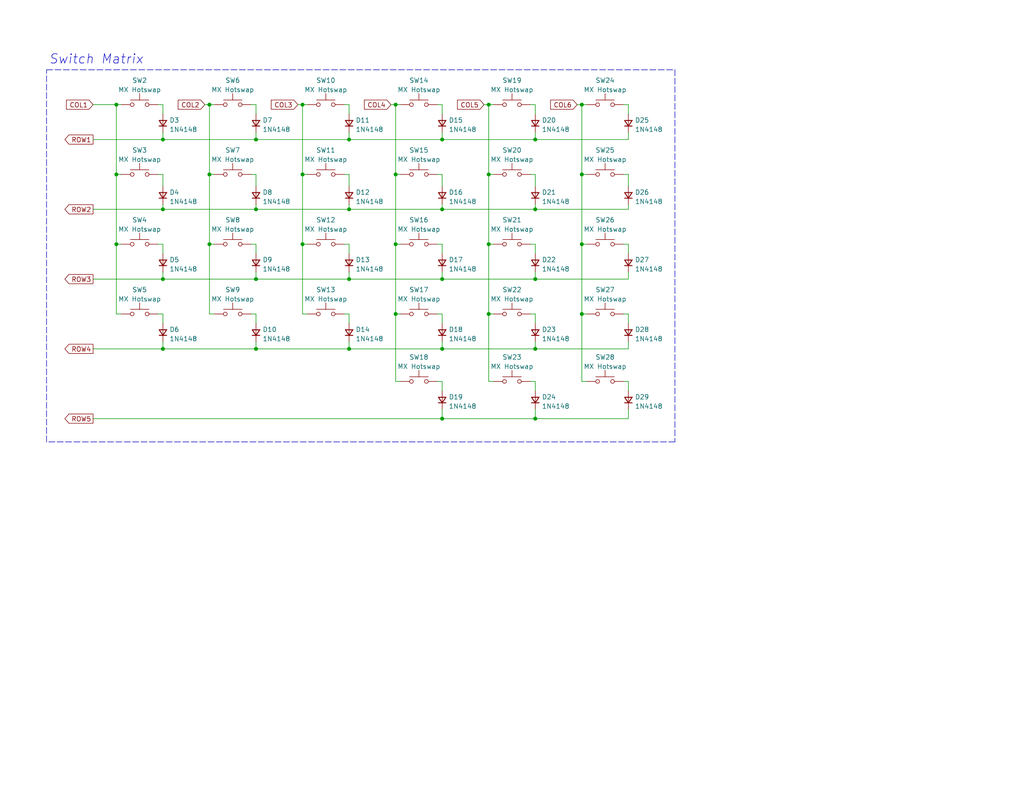
<source format=kicad_sch>
(kicad_sch (version 20211123) (generator eeschema)
  (paper "USLetter")
  (title_block (title "Conejo nRF52840 Keyboard - Switch Matrix") (company "Kurtis Lew"))
  (lib_symbols
    (symbol "Device:D_Small" (pin_numbers hide) (pin_names (offset 0.254) hide)
      (property "Reference" "D" (at -1.27 2.032 0))
      (property "Value" "D_Small" (at -3.81 -2.032 0))
      (symbol "D_Small_0_1"
        (polyline (pts (xy -0.762 -1.016) (xy -0.762 1.016)) (stroke (width 0.254)))
        (polyline (pts (xy -0.762 0) (xy 0.762 0)))
        (polyline (pts (xy 0.762 -1.016) (xy -0.762 0) (xy 0.762 1.016) (xy 0.762 -1.016)) (stroke (width 0.254)))
      )
      (symbol "D_Small_1_1"
        (pin passive line (at -2.54 0 0) (length 1.778) (name "K") (number "1"))
        (pin passive line (at 2.54 0 180) (length 1.778) (name "A") (number "2"))
      )
    )
    (symbol "Switch:SW_Push" (pin_numbers hide) (pin_names (offset 1.016) hide)
      (property "Reference" "SW" (at 1.27 2.54 0))
      (property "Value" "SW_Push" (at 0 -1.524 0))
      (symbol "SW_Push_0_1"
        (circle (center -2.032 0) (radius 0.508))
        (polyline (pts (xy 0 1.27) (xy 0 3.048)))
        (polyline (pts (xy 2.54 1.27) (xy -2.54 1.27)))
        (circle (center 2.032 0) (radius 0.508))
        (pin passive line (at -5.08 0 0) (length 2.54) (name "1") (number "1"))
        (pin passive line (at 5.08 0 180) (length 2.54) (name "2") (number "2"))
      )
    )
  )
  (junction (at 107.95 66.675))
  (junction (at 158.75 85.725))
  (junction (at 133.35 28.575))
  (junction (at 31.75 28.575))
  (junction (at 95.25 38.1))
  (junction (at 82.55 28.575))
  (junction (at 133.35 66.675))
  (junction (at 107.95 28.575))
  (junction (at 57.15 28.575))
  (junction (at 107.95 47.625))
  (junction (at 120.65 38.1))
  (junction (at 69.85 57.15))
  (junction (at 107.95 85.725))
  (junction (at 120.65 95.25))
  (junction (at 31.75 47.625))
  (junction (at 158.75 66.675))
  (junction (at 57.15 47.625))
  (junction (at 158.75 47.625))
  (junction (at 120.65 114.3))
  (junction (at 95.25 76.2))
  (junction (at 146.05 114.3))
  (junction (at 95.25 57.15))
  (junction (at 158.75 28.575))
  (junction (at 69.85 95.25))
  (junction (at 146.05 57.15))
  (junction (at 120.65 76.2))
  (junction (at 44.45 76.2))
  (junction (at 120.65 57.15))
  (junction (at 69.85 38.1))
  (junction (at 133.35 85.725))
  (junction (at 44.45 38.1))
  (junction (at 82.55 66.675))
  (junction (at 44.45 57.15))
  (junction (at 95.25 95.25))
  (junction (at 69.85 76.2))
  (junction (at 57.15 66.675))
  (junction (at 31.75 66.675))
  (junction (at 146.05 95.25))
  (junction (at 146.05 76.2))
  (junction (at 82.55 47.625))
  (junction (at 44.45 95.25))
  (junction (at 146.05 38.1))
  (junction (at 133.35 47.625))
  (wire (pts (xy 171.45 66.675) (xy 171.45 69.215)))
  (wire (pts (xy 95.25 38.1) (xy 120.65 38.1)))
  (wire (pts (xy 120.65 93.345) (xy 120.65 95.25)))
  (wire (pts (xy 95.25 93.345) (xy 95.25 95.25)))
  (wire (pts (xy 158.75 66.675) (xy 160.02 66.675)))
  (wire (pts (xy 133.35 104.14) (xy 134.62 104.14)))
  (wire (pts (xy 44.45 47.625) (xy 44.45 50.8)))
  (wire (pts (xy 81.28 28.575) (xy 82.55 28.575)))
  (wire (pts (xy 158.75 47.625) (xy 160.02 47.625)))
  (wire (pts (xy 171.45 28.575) (xy 170.18 28.575)))
  (wire (pts (xy 120.65 66.675) (xy 120.65 69.215)))
  (polyline (pts (xy 184.15 19.05) (xy 184.15 120.65)))
  (wire (pts (xy 44.45 66.675) (xy 43.18 66.675)))
  (wire (pts (xy 146.05 74.295) (xy 146.05 76.2)))
  (wire (pts (xy 133.35 47.625) (xy 133.35 66.675)))
  (wire (pts (xy 31.75 66.675) (xy 31.75 85.725)))
  (wire (pts (xy 120.65 57.15) (xy 146.05 57.15)))
  (wire (pts (xy 107.95 28.575) (xy 107.95 47.625)))
  (wire (pts (xy 171.45 85.725) (xy 170.18 85.725)))
  (wire (pts (xy 58.42 47.625) (xy 57.15 47.625)))
  (wire (pts (xy 133.35 85.725) (xy 133.35 104.14)))
  (wire (pts (xy 44.45 47.625) (xy 43.18 47.625)))
  (wire (pts (xy 171.45 47.625) (xy 170.18 47.625)))
  (wire (pts (xy 146.05 76.2) (xy 171.45 76.2)))
  (polyline (pts (xy 184.15 120.65) (xy 12.7 120.65)))
  (wire (pts (xy 31.75 28.575) (xy 31.75 47.625)))
  (wire (pts (xy 107.95 85.725) (xy 107.95 104.14)))
  (wire (pts (xy 171.45 28.575) (xy 171.45 31.115)))
  (wire (pts (xy 133.35 66.675) (xy 134.62 66.675)))
  (wire (pts (xy 171.45 36.195) (xy 171.45 38.1)))
  (wire (pts (xy 69.85 47.625) (xy 69.85 50.8)))
  (wire (pts (xy 146.05 95.25) (xy 171.45 95.25)))
  (wire (pts (xy 120.65 47.625) (xy 119.38 47.625)))
  (wire (pts (xy 69.85 36.195) (xy 69.85 38.1)))
  (wire (pts (xy 25.4 76.2) (xy 44.45 76.2)))
  (wire (pts (xy 158.75 66.675) (xy 158.75 85.725)))
  (wire (pts (xy 95.25 28.575) (xy 95.25 31.115)))
  (wire (pts (xy 120.65 95.25) (xy 146.05 95.25)))
  (wire (pts (xy 44.45 93.345) (xy 44.45 95.25)))
  (wire (pts (xy 120.65 28.575) (xy 119.38 28.575)))
  (wire (pts (xy 95.25 28.575) (xy 93.98 28.575)))
  (wire (pts (xy 57.15 66.675) (xy 57.15 85.725)))
  (wire (pts (xy 146.05 114.3) (xy 171.45 114.3)))
  (wire (pts (xy 120.65 74.295) (xy 120.65 76.2)))
  (wire (pts (xy 146.05 57.15) (xy 171.45 57.15)))
  (wire (pts (xy 69.85 95.25) (xy 95.25 95.25)))
  (wire (pts (xy 82.55 47.625) (xy 83.82 47.625)))
  (polyline (pts (xy 12.7 19.05) (xy 184.15 19.05)))
  (wire (pts (xy 106.68 28.575) (xy 107.95 28.575)))
  (wire (pts (xy 95.25 74.295) (xy 95.25 76.2)))
  (wire (pts (xy 44.45 74.295) (xy 44.45 76.2)))
  (wire (pts (xy 146.05 93.345) (xy 146.05 95.25)))
  (wire (pts (xy 57.15 28.575) (xy 57.15 47.625)))
  (wire (pts (xy 44.45 28.575) (xy 44.45 31.115)))
  (wire (pts (xy 120.65 66.675) (xy 119.38 66.675)))
  (wire (pts (xy 69.85 47.625) (xy 68.58 47.625)))
  (wire (pts (xy 146.05 47.625) (xy 144.78 47.625)))
  (wire (pts (xy 146.05 55.88) (xy 146.05 57.15)))
  (wire (pts (xy 44.45 85.725) (xy 44.45 88.265)))
  (wire (pts (xy 133.35 85.725) (xy 134.62 85.725)))
  (wire (pts (xy 44.45 76.2) (xy 69.85 76.2)))
  (wire (pts (xy 146.05 111.76) (xy 146.05 114.3)))
  (wire (pts (xy 44.45 38.1) (xy 69.85 38.1)))
  (wire (pts (xy 120.65 76.2) (xy 146.05 76.2)))
  (wire (pts (xy 25.4 114.3) (xy 120.65 114.3)))
  (wire (pts (xy 157.48 28.575) (xy 158.75 28.575)))
  (wire (pts (xy 33.02 66.675) (xy 31.75 66.675)))
  (wire (pts (xy 58.42 28.575) (xy 57.15 28.575)))
  (wire (pts (xy 31.75 85.725) (xy 33.02 85.725)))
  (wire (pts (xy 95.25 85.725) (xy 95.25 88.265)))
  (wire (pts (xy 69.85 66.675) (xy 68.58 66.675)))
  (wire (pts (xy 95.25 36.195) (xy 95.25 38.1)))
  (wire (pts (xy 95.25 95.25) (xy 120.65 95.25)))
  (wire (pts (xy 95.25 57.15) (xy 120.65 57.15)))
  (wire (pts (xy 25.4 57.15) (xy 44.45 57.15)))
  (wire (pts (xy 158.75 47.625) (xy 158.75 66.675)))
  (wire (pts (xy 171.45 85.725) (xy 171.45 88.265)))
  (wire (pts (xy 107.95 28.575) (xy 109.22 28.575)))
  (wire (pts (xy 146.05 28.575) (xy 146.05 31.115)))
  (wire (pts (xy 44.45 55.88) (xy 44.45 57.15)))
  (wire (pts (xy 69.85 76.2) (xy 95.25 76.2)))
  (wire (pts (xy 120.65 28.575) (xy 120.65 31.115)))
  (wire (pts (xy 146.05 66.675) (xy 146.05 69.215)))
  (wire (pts (xy 33.02 28.575) (xy 31.75 28.575)))
  (wire (pts (xy 171.45 104.14) (xy 171.45 106.68)))
  (wire (pts (xy 146.05 36.195) (xy 146.05 38.1)))
  (wire (pts (xy 158.75 104.14) (xy 160.02 104.14)))
  (wire (pts (xy 133.35 47.625) (xy 134.62 47.625)))
  (polyline (pts (xy 12.7 120.65) (xy 12.7 19.05)))
  (wire (pts (xy 95.25 66.675) (xy 93.98 66.675)))
  (wire (pts (xy 95.25 55.88) (xy 95.25 57.15)))
  (wire (pts (xy 55.88 28.575) (xy 57.15 28.575)))
  (wire (pts (xy 82.55 66.675) (xy 83.82 66.675)))
  (wire (pts (xy 82.55 66.675) (xy 82.55 85.725)))
  (wire (pts (xy 146.05 85.725) (xy 144.78 85.725)))
  (wire (pts (xy 120.65 55.88) (xy 120.65 57.15)))
  (wire (pts (xy 95.25 47.625) (xy 93.98 47.625)))
  (wire (pts (xy 82.55 85.725) (xy 83.82 85.725)))
  (wire (pts (xy 58.42 66.675) (xy 57.15 66.675)))
  (wire (pts (xy 44.45 66.675) (xy 44.45 69.215)))
  (wire (pts (xy 146.05 47.625) (xy 146.05 50.8)))
  (wire (pts (xy 120.65 111.76) (xy 120.65 114.3)))
  (wire (pts (xy 95.25 85.725) (xy 93.98 85.725)))
  (wire (pts (xy 171.45 47.625) (xy 171.45 50.8)))
  (wire (pts (xy 107.95 47.625) (xy 109.22 47.625)))
  (wire (pts (xy 68.58 85.725) (xy 69.85 85.725)))
  (wire (pts (xy 107.95 47.625) (xy 107.95 66.675)))
  (wire (pts (xy 69.85 28.575) (xy 69.85 31.115)))
  (wire (pts (xy 107.95 66.675) (xy 109.22 66.675)))
  (wire (pts (xy 44.45 95.25) (xy 69.85 95.25)))
  (wire (pts (xy 95.25 66.675) (xy 95.25 69.215)))
  (wire (pts (xy 158.75 85.725) (xy 160.02 85.725)))
  (wire (pts (xy 33.02 47.625) (xy 31.75 47.625)))
  (wire (pts (xy 146.05 38.1) (xy 171.45 38.1)))
  (wire (pts (xy 44.45 36.195) (xy 44.45 38.1)))
  (wire (pts (xy 95.25 76.2) (xy 120.65 76.2)))
  (wire (pts (xy 69.85 85.725) (xy 69.85 88.265)))
  (wire (pts (xy 158.75 28.575) (xy 158.75 47.625)))
  (wire (pts (xy 120.65 104.14) (xy 120.65 106.68)))
  (wire (pts (xy 146.05 104.14) (xy 144.78 104.14)))
  (wire (pts (xy 120.65 38.1) (xy 146.05 38.1)))
  (wire (pts (xy 120.65 104.14) (xy 119.38 104.14)))
  (wire (pts (xy 171.45 93.345) (xy 171.45 95.25)))
  (wire (pts (xy 171.45 104.14) (xy 170.18 104.14)))
  (wire (pts (xy 25.4 28.575) (xy 31.75 28.575)))
  (wire (pts (xy 44.45 57.15) (xy 69.85 57.15)))
  (wire (pts (xy 120.65 36.195) (xy 120.65 38.1)))
  (wire (pts (xy 133.35 28.575) (xy 133.35 47.625)))
  (wire (pts (xy 146.05 28.575) (xy 144.78 28.575)))
  (wire (pts (xy 107.95 66.675) (xy 107.95 85.725)))
  (wire (pts (xy 146.05 104.14) (xy 146.05 106.68)))
  (wire (pts (xy 57.15 47.625) (xy 57.15 66.675)))
  (wire (pts (xy 171.45 74.295) (xy 171.45 76.2)))
  (wire (pts (xy 120.65 47.625) (xy 120.65 50.8)))
  (wire (pts (xy 107.95 85.725) (xy 109.22 85.725)))
  (wire (pts (xy 69.85 57.15) (xy 95.25 57.15)))
  (wire (pts (xy 69.85 93.345) (xy 69.85 95.25)))
  (wire (pts (xy 69.85 38.1) (xy 95.25 38.1)))
  (wire (pts (xy 158.75 85.725) (xy 158.75 104.14)))
  (wire (pts (xy 44.45 85.725) (xy 43.18 85.725)))
  (wire (pts (xy 120.65 85.725) (xy 120.65 88.265)))
  (wire (pts (xy 133.35 28.575) (xy 134.62 28.575)))
  (wire (pts (xy 120.65 85.725) (xy 119.38 85.725)))
  (wire (pts (xy 171.45 66.675) (xy 170.18 66.675)))
  (wire (pts (xy 57.15 85.725) (xy 58.42 85.725)))
  (wire (pts (xy 82.55 47.625) (xy 82.55 66.675)))
  (wire (pts (xy 146.05 85.725) (xy 146.05 88.265)))
  (wire (pts (xy 171.45 55.88) (xy 171.45 57.15)))
  (wire (pts (xy 107.95 104.14) (xy 109.22 104.14)))
  (wire (pts (xy 69.85 74.295) (xy 69.85 76.2)))
  (wire (pts (xy 82.55 28.575) (xy 83.82 28.575)))
  (wire (pts (xy 132.08 28.575) (xy 133.35 28.575)))
  (wire (pts (xy 120.65 114.3) (xy 146.05 114.3)))
  (wire (pts (xy 25.4 38.1) (xy 44.45 38.1)))
  (wire (pts (xy 69.85 28.575) (xy 68.58 28.575)))
  (wire (pts (xy 133.35 66.675) (xy 133.35 85.725)))
  (wire (pts (xy 146.05 66.675) (xy 144.78 66.675)))
  (wire (pts (xy 158.75 28.575) (xy 160.02 28.575)))
  (wire (pts (xy 171.45 111.76) (xy 171.45 114.3)))
  (wire (pts (xy 31.75 47.625) (xy 31.75 66.675)))
  (wire (pts (xy 95.25 47.625) (xy 95.25 50.8)))
  (wire (pts (xy 82.55 28.575) (xy 82.55 47.625)))
  (wire (pts (xy 69.85 55.88) (xy 69.85 57.15)))
  (wire (pts (xy 69.85 66.675) (xy 69.85 69.215)))
  (wire (pts (xy 44.45 28.575) (xy 43.18 28.575)))
  (wire (pts (xy 25.4 95.25) (xy 44.45 95.25)))
  (text "Switch Matrix\n" (at 13.335 17.78 0) (effects (font (size 2.54 2.54) italic) (justify left bottom)))
  (global_label "ROW1" (shape output) (at 25.4 38.1 180) (property "Intersheet References" "${INTERSHEET_REFS}" (effects hide)))
  (global_label "ROW4" (shape output) (at 25.4 95.25 180) (property "Intersheet References" "${INTERSHEET_REFS}" (effects hide)))
  (global_label "COL5" (shape input) (at 132.08 28.575 180) (property "Intersheet References" "${INTERSHEET_REFS}" (effects hide)))
  (global_label "ROW2" (shape output) (at 25.4 57.15 180) (property "Intersheet References" "${INTERSHEET_REFS}" (effects hide)))
  (global_label "ROW5" (shape output) (at 25.4 114.3 180) (property "Intersheet References" "${INTERSHEET_REFS}" (effects hide)))
  (global_label "ROW3" (shape output) (at 25.4 76.2 180) (property "Intersheet References" "${INTERSHEET_REFS}" (effects hide)))
  (global_label "COL3" (shape input) (at 81.28 28.575 180) (property "Intersheet References" "${INTERSHEET_REFS}" (effects hide)))
  (global_label "COL6" (shape input) (at 157.48 28.575 180) (property "Intersheet References" "${INTERSHEET_REFS}" (effects hide)))
  (global_label "COL2" (shape input) (at 55.88 28.575 180) (property "Intersheet References" "${INTERSHEET_REFS}" (effects hide)))
  (global_label "COL4" (shape input) (at 106.68 28.575 180) (property "Intersheet References" "${INTERSHEET_REFS}" (effects hide)))
  (global_label "COL1" (shape input) (at 25.4 28.575 180) (property "Intersheet References" "${INTERSHEET_REFS}" (effects hide)))
  (symbol (lib_id "Switch:SW_Push") (at 63.5 47.625 0) (unit 1)
    (property "Reference" "SW7" (at 63.5 41.0042 0))
    (property "Value" "MX Hotswap" (at 63.5 43.5411 0))
    (property "Footprint" "Conejo:MXOnly-1U-Hotswap (Reversible)" (effects hide))
  )
  (symbol (lib_id "Switch:SW_Push") (at 165.1 47.625 0) (unit 1)
    (property "Reference" "SW25" (at 165.1 41.0042 0))
    (property "Value" "MX Hotswap" (at 165.1 43.5411 0))
    (property "Footprint" "Conejo:MXOnly-1U-Hotswap (Reversible)" (effects hide))
  )
  (symbol (lib_id "Device:D_Small") (at 44.45 71.755 90) (unit 1)
    (property "Reference" "D5" (at 46.228 70.9203 90) (effects (justify right)))
    (property "Value" "1N4148" (at 46.228 73.4572 90) (effects (justify right)))
    (property "Footprint" "Conejo:D_SOD-523 (Reversible)" (effects hide))
  )
  (symbol (lib_id "Device:D_Small") (at 120.65 53.34 90) (unit 1)
    (property "Reference" "D16" (at 122.428 52.5053 90) (effects (justify right)))
    (property "Value" "1N4148" (at 122.428 55.0422 90) (effects (justify right)))
    (property "Footprint" "Conejo:D_SOD-523 (Reversible)" (effects hide))
  )
  (symbol (lib_id "Switch:SW_Push") (at 88.9 66.675 0) (unit 1)
    (property "Reference" "SW12" (at 88.9 60.0542 0))
    (property "Value" "MX Hotswap" (at 88.9 62.5911 0))
    (property "Footprint" "Conejo:MXOnly-1U-Hotswap (Reversible)" (effects hide))
  )
  (symbol (lib_id "Device:D_Small") (at 146.05 109.22 90) (unit 1)
    (property "Reference" "D24" (at 147.828 108.3853 90) (effects (justify right)))
    (property "Value" "1N4148" (at 147.828 110.9222 90) (effects (justify right)))
    (property "Footprint" "Conejo:D_SOD-523 (Reversible)" (effects hide))
  )
  (symbol (lib_id "Device:D_Small") (at 171.45 90.805 90) (unit 1)
    (property "Reference" "D28" (at 173.228 89.9703 90) (effects (justify right)))
    (property "Value" "1N4148" (at 173.228 92.5072 90) (effects (justify right)))
    (property "Footprint" "Conejo:D_SOD-523 (Reversible)" (effects hide))
  )
  (symbol (lib_id "Device:D_Small") (at 95.25 53.34 90) (unit 1)
    (property "Reference" "D12" (at 97.028 52.5053 90) (effects (justify right)))
    (property "Value" "1N4148" (at 97.028 55.0422 90) (effects (justify right)))
    (property "Footprint" "Conejo:D_SOD-523 (Reversible)" (effects hide))
  )
  (symbol (lib_id "Switch:SW_Push") (at 139.7 85.725 0) (unit 1)
    (property "Reference" "SW22" (at 139.7 79.1042 0))
    (property "Value" "MX Hotswap" (at 139.7 81.6411 0))
    (property "Footprint" "Conejo:MXOnly-1U-Hotswap (Reversible)" (effects hide))
  )
  (symbol (lib_id "Device:D_Small") (at 44.45 53.34 90) (unit 1)
    (property "Reference" "D4" (at 46.228 52.5053 90) (effects (justify right)))
    (property "Value" "1N4148" (at 46.228 55.0422 90) (effects (justify right)))
    (property "Footprint" "Conejo:D_SOD-523 (Reversible)" (effects hide))
  )
  (symbol (lib_id "Switch:SW_Push") (at 38.1 47.625 0) (unit 1)
    (property "Reference" "SW3" (at 38.1 41.0042 0))
    (property "Value" "MX Hotswap" (at 38.1 43.5411 0))
    (property "Footprint" "Conejo:MXOnly-1U-Hotswap (Reversible)" (effects hide))
  )
  (symbol (lib_id "Switch:SW_Push") (at 88.9 28.575 0) (unit 1)
    (property "Reference" "SW10" (at 88.9 21.9542 0))
    (property "Value" "MX Hotswap" (at 88.9 24.4911 0))
    (property "Footprint" "Conejo:MXOnly-1U-Hotswap (Reversible)" (effects hide))
  )
  (symbol (lib_id "Device:D_Small") (at 146.05 33.655 90) (unit 1)
    (property "Reference" "D20" (at 147.828 32.8203 90) (effects (justify right)))
    (property "Value" "1N4148" (at 147.828 35.3572 90) (effects (justify right)))
    (property "Footprint" "Conejo:D_SOD-523 (Reversible)" (effects hide))
  )
  (symbol (lib_id "Device:D_Small") (at 146.05 90.805 90) (unit 1)
    (property "Reference" "D23" (at 147.828 89.9703 90) (effects (justify right)))
    (property "Value" "1N4148" (at 147.828 92.5072 90) (effects (justify right)))
    (property "Footprint" "Conejo:D_SOD-523 (Reversible)" (effects hide))
  )
  (symbol (lib_id "Switch:SW_Push") (at 114.3 104.14 0) (unit 1)
    (property "Reference" "SW18" (at 114.3 97.5192 0))
    (property "Value" "MX Hotswap" (at 114.3 100.0561 0))
    (property "Footprint" "Conejo:MXOnly-1U-Hotswap (Reversible)" (effects hide))
  )
  (symbol (lib_id "Switch:SW_Push") (at 139.7 66.675 0) (unit 1)
    (property "Reference" "SW21" (at 139.7 60.0542 0))
    (property "Value" "MX Hotswap" (at 139.7 62.5911 0))
    (property "Footprint" "Conejo:MXOnly-1U-Hotswap (Reversible)" (effects hide))
  )
  (symbol (lib_id "Switch:SW_Push") (at 63.5 28.575 0) (unit 1)
    (property "Reference" "SW6" (at 63.5 21.9542 0))
    (property "Value" "MX Hotswap" (at 63.5 24.4911 0))
    (property "Footprint" "Conejo:MXOnly-1U-Hotswap (Reversible)" (effects hide))
  )
  (symbol (lib_id "Device:D_Small") (at 146.05 71.755 90) (unit 1)
    (property "Reference" "D22" (at 147.828 70.9203 90) (effects (justify right)))
    (property "Value" "1N4148" (at 147.828 73.4572 90) (effects (justify right)))
    (property "Footprint" "Conejo:D_SOD-523 (Reversible)" (effects hide))
  )
  (symbol (lib_id "Switch:SW_Push") (at 114.3 47.625 0) (unit 1)
    (property "Reference" "SW15" (at 114.3 41.0042 0))
    (property "Value" "MX Hotswap" (at 114.3 43.5411 0))
    (property "Footprint" "Conejo:MXOnly-1U-Hotswap (Reversible)" (effects hide))
  )
  (symbol (lib_id "Device:D_Small") (at 120.65 33.655 90) (unit 1)
    (property "Reference" "D15" (at 122.428 32.8203 90) (effects (justify right)))
    (property "Value" "1N4148" (at 122.428 35.3572 90) (effects (justify right)))
    (property "Footprint" "Conejo:D_SOD-523 (Reversible)" (effects hide))
  )
  (symbol (lib_id "Device:D_Small") (at 95.25 90.805 90) (unit 1)
    (property "Reference" "D14" (at 97.028 89.9703 90) (effects (justify right)))
    (property "Value" "1N4148" (at 97.028 92.5072 90) (effects (justify right)))
    (property "Footprint" "Conejo:D_SOD-523 (Reversible)" (effects hide))
  )
  (symbol (lib_id "Device:D_Small") (at 171.45 53.34 90) (unit 1)
    (property "Reference" "D26" (at 173.228 52.5053 90) (effects (justify right)))
    (property "Value" "1N4148" (at 173.228 55.0422 90) (effects (justify right)))
    (property "Footprint" "Conejo:D_SOD-523 (Reversible)" (effects hide))
  )
  (symbol (lib_id "Device:D_Small") (at 95.25 71.755 90) (unit 1)
    (property "Reference" "D13" (at 97.028 70.9203 90) (effects (justify right)))
    (property "Value" "1N4148" (at 97.028 73.4572 90) (effects (justify right)))
    (property "Footprint" "Conejo:D_SOD-523 (Reversible)" (effects hide))
  )
  (symbol (lib_id "Switch:SW_Push") (at 139.7 104.14 0) (unit 1)
    (property "Reference" "SW23" (at 139.7 97.5192 0))
    (property "Value" "MX Hotswap" (at 139.7 100.0561 0))
    (property "Footprint" "Conejo:MXOnly-1U-Hotswap (Reversible)" (effects hide))
  )
  (symbol (lib_id "Device:D_Small") (at 69.85 33.655 90) (unit 1)
    (property "Reference" "D7" (at 71.628 32.8203 90) (effects (justify right)))
    (property "Value" "1N4148" (at 71.628 35.3572 90) (effects (justify right)))
    (property "Footprint" "Conejo:D_SOD-523 (Reversible)" (effects hide))
  )
  (symbol (lib_id "Device:D_Small") (at 171.45 71.755 90) (unit 1)
    (property "Reference" "D27" (at 173.228 70.9203 90) (effects (justify right)))
    (property "Value" "1N4148" (at 173.228 73.4572 90) (effects (justify right)))
    (property "Footprint" "Conejo:D_SOD-523 (Reversible)" (effects hide))
  )
  (symbol (lib_id "Device:D_Small") (at 69.85 90.805 90) (unit 1)
    (property "Reference" "D10" (at 71.628 89.9703 90) (effects (justify right)))
    (property "Value" "1N4148" (at 71.628 92.5072 90) (effects (justify right)))
    (property "Footprint" "Conejo:D_SOD-523 (Reversible)" (effects hide))
  )
  (symbol (lib_id "Switch:SW_Push") (at 88.9 47.625 0) (unit 1)
    (property "Reference" "SW11" (at 88.9 41.0042 0))
    (property "Value" "MX Hotswap" (at 88.9 43.5411 0))
    (property "Footprint" "Conejo:MXOnly-1U-Hotswap (Reversible)" (effects hide))
  )
  (symbol (lib_id "Switch:SW_Push") (at 139.7 47.625 0) (unit 1)
    (property "Reference" "SW20" (at 139.7 41.0042 0))
    (property "Value" "MX Hotswap" (at 139.7 43.5411 0))
    (property "Footprint" "Conejo:MXOnly-1U-Hotswap (Reversible)" (effects hide))
  )
  (symbol (lib_id "Switch:SW_Push") (at 139.7 28.575 0) (unit 1)
    (property "Reference" "SW19" (at 139.7 21.9542 0))
    (property "Value" "MX Hotswap" (at 139.7 24.4911 0))
    (property "Footprint" "Conejo:MXOnly-1U-Hotswap (Reversible)" (effects hide))
  )
  (symbol (lib_id "Device:D_Small") (at 171.45 109.22 90) (unit 1)
    (property "Reference" "D29" (at 173.228 108.3853 90) (effects (justify right)))
    (property "Value" "1N4148" (at 173.228 110.9222 90) (effects (justify right)))
    (property "Footprint" "Conejo:D_SOD-523 (Reversible)" (effects hide))
  )
  (symbol (lib_id "Device:D_Small") (at 120.65 71.755 90) (unit 1)
    (property "Reference" "D17" (at 122.428 70.9203 90) (effects (justify right)))
    (property "Value" "1N4148" (at 122.428 73.4572 90) (effects (justify right)))
    (property "Footprint" "Conejo:D_SOD-523 (Reversible)" (effects hide))
  )
  (symbol (lib_id "Switch:SW_Push") (at 38.1 85.725 0) (unit 1)
    (property "Reference" "SW5" (at 38.1 79.1042 0))
    (property "Value" "MX Hotswap" (at 38.1 81.6411 0))
    (property "Footprint" "Conejo:MXOnly-1U-Hotswap (Reversible)" (effects hide))
  )
  (symbol (lib_id "Switch:SW_Push") (at 165.1 85.725 0) (unit 1)
    (property "Reference" "SW27" (at 165.1 79.1042 0))
    (property "Value" "MX Hotswap" (at 165.1 81.6411 0))
    (property "Footprint" "Conejo:MXOnly-1U-Hotswap (Reversible)" (effects hide))
  )
  (symbol (lib_id "Switch:SW_Push") (at 88.9 85.725 0) (unit 1)
    (property "Reference" "SW13" (at 88.9 79.1042 0))
    (property "Value" "MX Hotswap" (at 88.9 81.6411 0))
    (property "Footprint" "Conejo:MXOnly-1U-Hotswap (Reversible)" (effects hide))
  )
  (symbol (lib_id "Switch:SW_Push") (at 114.3 85.725 0) (unit 1)
    (property "Reference" "SW17" (at 114.3 79.1042 0))
    (property "Value" "MX Hotswap" (at 114.3 81.6411 0))
    (property "Footprint" "Conejo:MXOnly-1U-Hotswap (Reversible)" (effects hide))
  )
  (symbol (lib_id "Switch:SW_Push") (at 38.1 66.675 0) (unit 1)
    (property "Reference" "SW4" (at 38.1 60.0542 0))
    (property "Value" "MX Hotswap" (at 38.1 62.5911 0))
    (property "Footprint" "Conejo:MXOnly-1U-Hotswap (Reversible)" (effects hide))
  )
  (symbol (lib_id "Device:D_Small") (at 171.45 33.655 90) (unit 1)
    (property "Reference" "D25" (at 173.228 32.8203 90) (effects (justify right)))
    (property "Value" "1N4148" (at 173.228 35.3572 90) (effects (justify right)))
    (property "Footprint" "Conejo:D_SOD-523 (Reversible)" (effects hide))
  )
  (symbol (lib_id "Device:D_Small") (at 44.45 90.805 90) (unit 1)
    (property "Reference" "D6" (at 46.228 89.9703 90) (effects (justify right)))
    (property "Value" "1N4148" (at 46.228 92.5072 90) (effects (justify right)))
    (property "Footprint" "Conejo:D_SOD-523 (Reversible)" (effects hide))
  )
  (symbol (lib_id "Device:D_Small") (at 146.05 53.34 90) (unit 1)
    (property "Reference" "D21" (at 147.828 52.5053 90) (effects (justify right)))
    (property "Value" "1N4148" (at 147.828 55.0422 90) (effects (justify right)))
    (property "Footprint" "Conejo:D_SOD-523 (Reversible)" (effects hide))
  )
  (symbol (lib_id "Switch:SW_Push") (at 165.1 28.575 0) (unit 1)
    (property "Reference" "SW24" (at 165.1 21.9542 0))
    (property "Value" "MX Hotswap" (at 165.1 24.4911 0))
    (property "Footprint" "Conejo:MXOnly-1U-Hotswap (Reversible)" (effects hide))
  )
  (symbol (lib_id "Device:D_Small") (at 69.85 53.34 90) (unit 1)
    (property "Reference" "D8" (at 71.628 52.5053 90) (effects (justify right)))
    (property "Value" "1N4148" (at 71.628 55.0422 90) (effects (justify right)))
    (property "Footprint" "Conejo:D_SOD-523 (Reversible)" (effects hide))
  )
  (symbol (lib_id "Switch:SW_Push") (at 38.1 28.575 0) (unit 1)
    (property "Reference" "SW2" (at 38.1 21.9542 0))
    (property "Value" "MX Hotswap" (at 38.1 24.4911 0))
    (property "Footprint" "Conejo:MXOnly-1U-Hotswap (Reversible)" (effects hide))
  )
  (symbol (lib_id "Switch:SW_Push") (at 63.5 66.675 0) (unit 1)
    (property "Reference" "SW8" (at 63.5 60.0542 0))
    (property "Value" "MX Hotswap" (at 63.5 62.5911 0))
    (property "Footprint" "Conejo:MXOnly-1U-Hotswap (Reversible)" (effects hide))
  )
  (symbol (lib_id "Device:D_Small") (at 69.85 71.755 90) (unit 1)
    (property "Reference" "D9" (at 71.628 70.9203 90) (effects (justify right)))
    (property "Value" "1N4148" (at 71.628 73.4572 90) (effects (justify right)))
    (property "Footprint" "Conejo:D_SOD-523 (Reversible)" (effects hide))
  )
  (symbol (lib_id "Switch:SW_Push") (at 114.3 66.675 0) (unit 1)
    (property "Reference" "SW16" (at 114.3 60.0542 0))
    (property "Value" "MX Hotswap" (at 114.3 62.5911 0))
    (property "Footprint" "Conejo:MXOnly-1U-Hotswap (Reversible)" (effects hide))
  )
  (symbol (lib_id "Switch:SW_Push") (at 114.3 28.575 0) (unit 1)
    (property "Reference" "SW14" (at 114.3 21.9542 0))
    (property "Value" "MX Hotswap" (at 114.3 24.4911 0))
    (property "Footprint" "Conejo:MXOnly-1U-Hotswap (Reversible)" (effects hide))
  )
  (symbol (lib_id "Switch:SW_Push") (at 165.1 66.675 0) (unit 1)
    (property "Reference" "SW26" (at 165.1 60.0542 0))
    (property "Value" "MX Hotswap" (at 165.1 62.5911 0))
    (property "Footprint" "Conejo:MXOnly-1U-Hotswap (Reversible)" (effects hide))
  )
  (symbol (lib_id "Switch:SW_Push") (at 165.1 104.14 0) (unit 1)
    (property "Reference" "SW28" (at 165.1 97.5192 0))
    (property "Value" "MX Hotswap" (at 165.1 100.0561 0))
    (property "Footprint" "Conejo:MXOnly-1.5U-Hotswap (Reversible)" (effects hide))
  )
  (symbol (lib_id "Device:D_Small") (at 44.45 33.655 90) (unit 1)
    (property "Reference" "D3" (at 46.228 32.8203 90) (effects (justify right)))
    (property "Value" "1N4148" (at 46.228 35.3572 90) (effects (justify right)))
    (property "Footprint" "Conejo:D_SOD-523 (Reversible)" (effects hide))
  )
  (symbol (lib_id "Device:D_Small") (at 120.65 90.805 90) (unit 1)
    (property "Reference" "D18" (at 122.428 89.9703 90) (effects (justify right)))
    (property "Value" "1N4148" (at 122.428 92.5072 90) (effects (justify right)))
    (property "Footprint" "Conejo:D_SOD-523 (Reversible)" (effects hide))
  )
  (symbol (lib_id "Device:D_Small") (at 95.25 33.655 90) (unit 1)
    (property "Reference" "D11" (at 97.028 32.8203 90) (effects (justify right)))
    (property "Value" "1N4148" (at 97.028 35.3572 90) (effects (justify right)))
    (property "Footprint" "Conejo:D_SOD-523 (Reversible)" (effects hide))
  )
  (symbol (lib_id "Switch:SW_Push") (at 63.5 85.725 0) (unit 1)
    (property "Reference" "SW9" (at 63.5 79.1042 0))
    (property "Value" "MX Hotswap" (at 63.5 81.6411 0))
    (property "Footprint" "Conejo:MXOnly-1U-Hotswap (Reversible)" (effects hide))
  )
  (symbol (lib_id "Device:D_Small") (at 120.65 109.22 90) (unit 1)
    (property "Reference" "D19" (at 122.428 108.3853 90) (effects (justify right)))
    (property "Value" "1N4148" (at 122.428 110.9222 90) (effects (justify right)))
    (property "Footprint" "Conejo:D_SOD-523 (Reversible)" (effects hide))
  )
)
</source>
